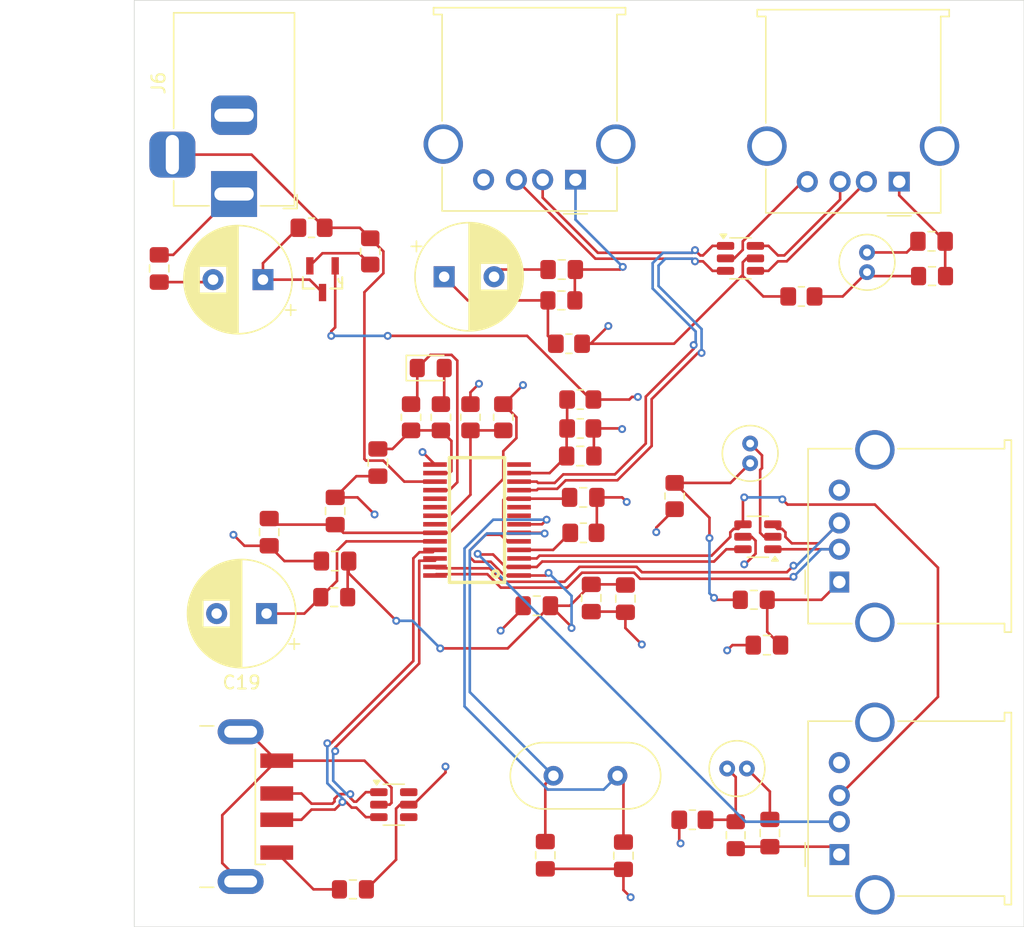
<source format=kicad_pcb>
(kicad_pcb (version 20240108) (generator "pcbnew") (generator_version "8.0")
  (title_block (title "USB_Project_") (date "2024-09-22") (company "Prince Lee Muhera"))
  (layers (0 "F.Cu" signal) (1 "In1.Cu" power "GND") (2 "In2.Cu" power "PWR") (31 "B.Cu" signal) (34 "B.Paste" user) (35 "F.Paste" user) (36 "B.SilkS" user "B.Silkscreen") (37 "F.SilkS" user "F.Silkscreen") (38 "B.Mask" user) (39 "F.Mask" user) (44 "Edge.Cuts" user))
  (net 0 "")
  (net 1 "GND")
  (net 2 "Net-(C1-Pad1)")
  (net 3 "Net-(J7-VBUS)")
  (net 4 "Net-(C3-Pad1)")
  (net 5 "Net-(C4-Pad1)")
  (net 6 "Net-(C5-Pad1)")
  (net 7 "Net-(J5-VBUS)")
  (net 8 "Net-(J4-VBUS)")
  (net 9 "Net-(J3-VBUS)")
  (net 10 "VCC")
  (net 11 "/RESET")
  (net 12 "/X1")
  (net 13 "/X2")
  (net 14 "/DVDD")
  (net 15 "Net-(IC1-3V3)")
  (net 16 "/AVDD")
  (net 17 "Net-(D1-A)")
  (net 18 "/PGANG")
  (net 19 "/PSELF")
  (net 20 "+5V")
  (net 21 "Net-(J2-GND)")
  (net 22 "Net-(Q1-G)")
  (net 23 "Net-(IC1-RREF)")
  (net 24 "/OVCURR1#")
  (net 26 "Net-(J2-VBUS)")
  (net 28 "/DP3")
  (net 29 "/DM3")
  (net 34 "/D_N0")
  (net 35 "/D_P0")
  (net 36 "/D_P4")
  (net 37 "/D_N4")
  (net 38 "/D_P3")
  (net 39 "/D_N3")
  (net 40 "/D_P2")
  (net 41 "/D_N2")
  (net 42 "/D_P1")
  (net 43 "/D_N1")
  (footprint "Inductor_SMD:L_0805_2012Metric_Pad1.15x1.40mm_HandSolder" (layer "F.Cu") (at 90.9 93.15)
    (property "Reference" "L1" (hide yes))
    (property "Value" "FB-0603-2A" (hide yes))
  )
  (footprint "Package_TO_SOT_SMD:SOT-23-6" (layer "F.Cu") (at 121.7375 66.3 180)
    (property "Reference" "U2" (hide yes))
    (property "Value" "SRV05-4" (hide yes))
  )
  (footprint "Capacitor_THT:C_Radial_D4.0mm_H7.0mm_P1.50mm" (layer "F.Cu") (at 121.15 60.7 90)
    (property "Reference" "C3" (hide yes))
    (property "Value" "100uF" (hide yes))
  )
  (footprint "Capacitor_SMD:C_0805_2012Metric_Pad1.18x1.45mm_HandSolder" (layer "F.Cu") (at 76.15 45.87 -90)
    (property "Reference" "C9" (hide yes))
    (property "Value" "0.1uF" (hide yes))
  )
  (footprint "Package_TO_SOT_SMD:SOT-23-6" (layer "F.Cu") (at 94.0125 86.7)
    (property "Reference" "U1" (hide yes))
    (property "Value" "SRV05-4" (hide yes))
  )
  (footprint "Capacitor_SMD:C_0805_2012Metric_Pad1.18x1.45mm_HandSolder" (layer "F.Cu") (at 111.5 90.5875 90)
    (property "Reference" "C13" (hide yes))
    (property "Value" "33pF" (hide yes))
  )
  (footprint "Connector_USB:USB_A_Molex_67643_Horizontal" (layer "F.Cu") (at 127.94 90.5 90)
    (property "Reference" "J7" (hide yes))
    (property "Value" "USB_A" (hide yes))
  )
  (footprint "Capacitor_SMD:C_0805_2012Metric_Pad1.18x1.45mm_HandSolder" (layer "F.Cu") (at 108.2125 60.15)
    (property "Reference" "C11" (hide yes))
    (property "Value" "0.1uF" (hide yes))
  )
  (footprint "NPN_Transitor:SOT95P240X110-3N" (layer "F.Cu") (at 88.5848 46.686 -90)
    (property "Reference" "Q1" (hide yes))
    (property "Value" "PMOS" (hide yes))
  )
  (footprint "Connector_USB:USB_A_Molex_67643_Horizontal" (layer "F.Cu") (at 132.5 39.26 180)
    (property "Reference" "J4" (hide yes))
    (property "Value" "USB_A" (hide yes))
  )
  (footprint "Inductor_SMD:L_0805_2012Metric_Pad1.15x1.40mm_HandSolder" (layer "F.Cu") (at 106.775 48.3)
    (property "Reference" "FB-0603-2A4" (hide yes))
    (property "Value" "L" (hide yes))
  )
  (footprint "Resistor_SMD:R_0805_2012Metric_Pad1.20x1.40mm_HandSolder" (layer "F.Cu") (at 115.4 63.2 90)
    (property "Reference" "R4" (hide yes))
    (property "Value" "500mA" (hide yes))
  )
  (footprint "Package_TO_SOT_SMD:SOT-23-6" (layer "F.Cu") (at 120.4125 45.1)
    (property "Reference" "U3" (hide yes))
    (property "Value" "SRV05-4" (hide yes))
  )
  (footprint "Resistor_SMD:R_0805_2012Metric_Pad1.20x1.40mm_HandSolder" (layer "F.Cu") (at 99.85 57.2 90)
    (property "Reference" "R13" (hide yes))
    (property "Value" "20k" (hide yes))
  )
  (footprint "Resistor_SMD:R_0805_2012Metric_Pad1.20x1.40mm_HandSolder" (layer "F.Cu") (at 108.2125 58.05)
    (property "Reference" "R8" (hide yes))
    (property "Value" "47k" (hide yes))
  )
  (footprint "Capacitor_THT:CP_Radial_D8.0mm_P3.80mm" (layer "F.Cu") (at 84.325 72.15 180)
    (property "Reference" "C19")
    (property "Value" "10uF" (hide yes))
  )
  (footprint "Capacitor_THT:C_Radial_D4.0mm_H7.0mm_P1.50mm" (layer "F.Cu") (at 130.05 46.15 90)
    (property "Reference" "C4" (hide yes))
    (property "Value" "100uF" (hide yes))
  )
  (footprint "Capacitor_SMD:C_0805_2012Metric_Pad1.18x1.45mm_HandSolder" (layer "F.Cu") (at 122.65 88.8625 -90)
    (property "Reference" "C2" (hide yes))
    (property "Value" "0.1uF" (hide yes))
  )
  (footprint "Resistor_SMD:R_0805_2012Metric_Pad1.20x1.40mm_HandSolder" (layer "F.Cu") (at 87.75 42.77 180)
    (property "Reference" "R6" (hide yes))
    (property "Value" "470k" (hide yes))
  )
  (footprint "Resistor_SMD:R_0805_2012Metric_Pad1.20x1.40mm_HandSolder" (layer "F.Cu") (at 107.35 51.6 180)
    (property "Reference" "R3" (hide yes))
    (property "Value" "500mA" (hide yes))
  )
  (footprint "Capacitor_SMD:C_0805_2012Metric_Pad1.18x1.45mm_HandSolder" (layer "F.Cu") (at 109.05 70.9625 90)
    (property "Reference" "C14" (hide yes))
    (property "Value" "1uF" (hide yes))
  )
  (footprint "Resistor_SMD:R_0805_2012Metric_Pad1.20x1.40mm_HandSolder" (layer "F.Cu") (at 108.45 66 180)
    (property "Reference" "R11" (hide yes))
    (property "Value" "680R" (hide yes))
  )
  (footprint "Inductor_SMD:L_0805_2012Metric_Pad1.15x1.40mm_HandSolder" (layer "F.Cu") (at 89.475 70.9)
    (property "Reference" "L6" (hide yes))
    (property "Value" "FB-0603-2A" (hide yes))
  )
  (footprint "Resistor_SMD:R_0805_2012Metric_Pad1.20x1.40mm_HandSolder" (layer "F.Cu") (at 125.05 48)
    (property "Reference" "R2" (hide yes))
    (property "Value" "500mA" (hide yes))
  )
  (footprint "Capacitor_SMD:C_0805_2012Metric_Pad1.18x1.45mm_HandSolder" (layer "F.Cu") (at 92.8 60.65 -90)
    (property "Reference" "C18" (hide yes))
    (property "Value" "0.1uF" (hide yes))
  )
  (footprint "Capacitor_SMD:C_0805_2012Metric_Pad1.18x1.45mm_HandSolder" (layer "F.Cu") (at 111.65 71.0125 90)
    (property "Reference" "C15" (hide yes))
    (property "Value" "0.1uF" (hide yes))
  )
  (footprint "Capacitor_THT:CP_Radial_D8.0mm_P3.80mm" (layer "F.Cu") (at 84.05 46.72 180)
    (property "Reference" "C10" (hide yes))
    (property "Value" "100uF" (hide yes))
  )
  (footprint "Resistor_SMD:R_0805_2012Metric_Pad1.20x1.40mm_HandSolder" (layer "F.Cu") (at 102.35 57.2 -90)
    (property "Reference" "R12" (hide yes))
    (property "Value" "10k" (hide yes))
  )
  (footprint "Resistor_SMD:R_0805_2012Metric_Pad1.20x1.40mm_HandSolder" (layer "F.Cu") (at 97.6 57.2 90)
    (property "Reference" "R10" (hide yes))
    (property "Value" "470R" (hide yes))
  )
  (footprint "Inductor_SMD:L_0805_2012Metric_Pad1.15x1.40mm_HandSolder" (layer "F.Cu") (at 120.05 89.025 -90)
    (property "Reference" "FB-0603-2A1" (hide yes))
    (property "Value" "L")
  )
  (footprint "Resistor_SMD:R_0805_2012Metric_Pad1.20x1.40mm_HandSolder" (layer "F.Cu") (at 108.2125 55.85 180)
    (property "Reference" "R7" (hide yes))
    (property "Value" "10k" (hide yes))
  )
  (footprint "Inductor_SMD:L_0805_2012Metric_Pad1.15x1.40mm_HandSolder" (layer "F.Cu") (at 121.425 71.1)
    (property "Reference" "FB-0603-2A2" (hide yes))
    (property "Value" "L" (hide yes))
  )
  (footprint "Capacitor_SMD:C_0805_2012Metric_Pad1.18x1.45mm_HandSolder" (layer "F.Cu") (at 84.525 65.95 -90)
    (property "Reference" "C20" (hide yes))
    (property "Value" "0.1uF" (hide yes))
  )
  (footprint "Capacitor_SMD:C_0805_2012Metric_Pad1.18x1.45mm_HandSolder" (layer "F.Cu") (at 89.55 64.3375 90)
    (property "Reference" "C22" (hide yes))
    (property "Value" "1uF" (hide yes))
  )
  (footprint "Capacitor_SMD:C_0805_2012Metric_Pad1.18x1.45mm_HandSolder" (layer "F.Cu") (at 122.425 74.55)
    (property "Reference" "C6" (hide yes))
    (property "Value" "0.1uF" (hide yes))
  )
  (footprint "Connector_BarrelJack:BarrelJack_Horizontal" (layer "F.Cu") (at 81.85 40.2 -90)
    (property "Reference" "J6")
    (property "Value" "Barrel_Jack_Switch" (hide yes))
  )
  (footprint "GL850G-HH:28SSOP" (layer "F.Cu") (at 100.35 65.025 90)
    (property "Reference" "IC1" (hide yes))
    (property "Value" "GL850G" (hide yes))
  )
  (footprint "Capacitor_SMD:C_0805_2012Metric_Pad1.18x1.45mm_HandSolder" (layer "F.Cu") (at 106.8 45.95)
    (property "Reference" "C8" (hide yes))
    (property "Value" "0.1uF" (hide yes))
  )
  (footprint "Capacitor_SMD:C_0805_2012Metric_Pad1.18x1.45mm_HandSolder" (layer "F.Cu") (at 89.5375 68.15)
    (property "Reference" "C21" (hide yes))
    (property "Value" "0.1uF" (hide yes))
  )
  (footprint "Crystal:Crystal_HC49-4H_Vertical" (layer "F.Cu") (at 106.17 84.5)
    (property "Reference" "Y1" (hide yes))
    (property "Value" "12MHz" (hide yes))
  )
  (footprint "Capacitor_SMD:C_0805_2012Metric_Pad1.18x1.45mm_HandSolder" (layer "F.Cu") (at 105.55 90.55 90)
    (property "Reference" "C12" (hide yes))
    (property "Value" "33pF" (hide yes))
  )
  (footprint "Capacitor_THT:C_Radial_D4.0mm_H7.0mm_P1.50mm" (layer "F.Cu") (at 119.4 83.95)
    (property "Reference" "C1" (hide yes))
    (property "Value" "100uF" (hide yes))
  )
  (footprint "Resistor_SMD:R_0805_2012Metric_Pad1.20x1.40mm_HandSolder" (layer "F.Cu") (at 116.75 87.85)
    (property "Reference" "R1" (hide yes))
    (property "Value" "500mA" (hide yes))
  )
  (footprint "Connector_USB:USB_A_Molex_67643_Horizontal" (layer "F.Cu") (at 107.85 39.11 180)
    (property "Reference" "J3" (hide yes))
    (property "Value" "USB_A" (hide yes))
  )
  (footprint "LED_SMD:LED_0805_2012Metric_Pad1.15x1.40mm_HandSolder" (layer "F.Cu") (at 96.825 53.45)
    (property "Reference" "D1" (hide yes))
    (property "Value" "RED" (hide yes))
  )
  (footprint "Inductor_SMD:L_0805_2012Metric_Pad1.15x1.40mm_HandSolder" (layer "F.Cu") (at 135 46.45)
    (property "Reference" "FB-0603-2A3" (hide yes))
    (property "Value" "L" (hide yes))
  )
  (footprint "Capacitor_SMD:C_0805_2012Metric_Pad1.18x1.45mm_HandSolder" (layer "F.Cu") (at 134.9625 43.8)
    (property "Reference" "C7" (hide yes))
    (property "Value" "0.1uF" (hide yes))
  )
  (footprint "Connector_USB:USB_A_Molex_67643_Horizontal" (layer "F.Cu") (at 127.94 69.75 90)
    (property "Reference" "J5" (hide yes))
    (property "Value" "USB_A" (hide yes))
  )
  (footprint "Connector_USB:USB_A_CNCTech_1001-011-01101_Horizontal" (layer "F.Cu") (at 75.45 86.85 180)
    (property "Reference" "J2" (hide yes))
    (property "Value" "USB_A" (hide yes))
  )
  (footprint "Resistor_SMD:R_0805_2012Metric_Pad1.20x1.40mm_HandSolder" (layer "F.Cu") (at 92.2196 44.57 90)
    (property "Reference" "R5" (hide yes))
    (property "Value" "4.7k" (hide yes))
  )
  (footprint "Resistor_SMD:R_0805_2012Metric_Pad1.20x1.40mm_HandSolder" (layer "F.Cu") (at 95.325 57.2 90)
    (property "Reference" "R9" (hide yes))
    (property "Value" "100k" (hide yes))
  )
  (footprint "Capacitor_SMD:C_0805_2012Metric_Pad1.18x1.45mm_HandSolder" (layer "F.Cu") (at 104.9 71.55)
    (property "Reference" "C16" (hide yes))
    (property "Value" "0.1uF" (hide yes))
  )
  (footprint "Capacitor_SMD:C_0805_2012Metric_Pad1.18x1.45mm_HandSolder" (layer "F.Cu") (at 108.4375 63.3 180)
    (property "Reference" "C17" (hide yes))
    (property "Value" "0.1uF" (hide yes))
  )
  (footprint "Capacitor_THT:CP_Radial_D8.0mm_P3.80mm" (layer "F.Cu") (at 97.847349 46.5)
    (property "Reference" "C5" (hide yes))
    (property "Value" "100uF" (hide yes))
  )
  (gr_rect (start 74.25 25.45) (end 142 96) (stroke (width 0.05)) (fill none) (layer "Edge.Cuts"))
  (segment (start 105.7625 45.95) (end 102.197349 45.95) (width 0.2) (layer "F.Cu") (net 1))
  (segment (start 121.9125 65.999999) (end 121.9125 61.210293) (width 0.2) (layer "F.Cu") (net 1))
  (segment (start 122.65 87.825) (end 122.65 85.7) (width 0.2) (layer "F.Cu") (net 1))
  (segment (start 109.25 58.0875) (end 109.2125 58.05) (width 0.2) (layer "F.Cu") (net 1))
  (segment (start 109.475 63.3) (end 111.4 63.3) (width 0.2) (layer "F.Cu") (net 1))
  (segment (start 91.25 63.3) (end 89.55 63.3) (width 0.2) (layer "F.Cu") (net 1))
  (segment (start 111.5 93.2) (end 112.05 93.75) (width 0.2) (layer "F.Cu") (net 1))
  (segment (start 121.9125 61.210293) (end 122.05 61.072793) (width 0.2) (layer "F.Cu") (net 1))
  (segment (start 122.05 61.072793) (end 122.05 60.1) (width 0.2) (layer "F.Cu") (net 1))
  (segment (start 111.4625 91.5875) (end 111.5 91.625) (width 0.2) (layer "F.Cu") (net 1))
  (segment (start 82.6375 66.9875) (end 81.8 66.15) (width 0.2) (layer "F.Cu") (net 1))
  (segment (start 109.2125 58.05) (end 111.35 58.05) (width 0.2) (layer "F.Cu") (net 1))
  (segment (start 102.197349 45.95) (end 101.647349 46.5) (width 0.2) (layer "F.Cu") (net 1))
  (segment (start 109.25 60.15) (end 109.25 58.0875) (width 0.2) (layer "F.Cu") (net 1))
  (segment (start 92.55 64.6) (end 91.25 63.3) (width 0.2) (layer "F.Cu") (net 1))
  (segment (start 88.5 68.15) (end 85.6875 68.15) (width 0.2) (layer "F.Cu") (net 1))
  (segment (start 92.8 61.6875) (end 91.1625 61.6875) (width 0.2) (layer "F.Cu") (net 1))
  (segment (start 121.3875 74.55) (end 119.8 74.55) (width 0.2) (layer "F.Cu") (net 1))
  (segment (start 109.475 63.3) (end 109.475 65.975) (width 0.2) (layer "F.Cu") (net 1))
  (segment (start 130.05 44.65) (end 133.075 44.65) (width 0.2) (layer "F.Cu") (net 1))
  (segment (start 99.85 55.3) (end 100.5 54.65) (width 0.2) (layer "F.Cu") (net 1))
  (segment (start 109.05 72) (end 111.6 72) (width 0.2) (layer "F.Cu") (net 1))
  (segment (start 120.5875 44.449999) (end 120.5875 43.809448) (width 0.2) (layer "F.Cu") (net 1))
  (segment (start 122.875 66.3) (end 122.212501 66.3) (width 0.2) (layer "F.Cu") (net 1))
  (segment (start 76.15 46.9075) (end 80.0625 46.9075) (width 0.2) (layer "F.Cu") (net 1))
  (segment (start 84.525 66.9875) (end 82.6375 66.9875) (width 0.2) (layer "F.Cu") (net 1))
  (segment (start 119.8 74.55) (end 119.4 74.95) (width 0.2) (layer "F.Cu") (net 1))
  (segment (start 85.6875 68.15) (end 84.525 66.9875) (width 0.2) (layer "F.Cu") (net 1))
  (segment (start 91.1625 61.6875) (end 89.55 63.3) (width 0.2) (layer "F.Cu") (net 1))
  (segment (start 125.136948 39.26) (end 125.5 39.26) (width 0.2) (layer "F.Cu") (net 1))
  (segment (start 119.937499 45.1) (end 120.5875 44.449999) (width 0.2) (layer "F.Cu") (net 1))
  (segment (start 99.85 56.2) (end 99.85 55.3) (width 0.2) (layer "F.Cu") (net 1))
  (segment (start 111.5 91.625) (end 111.5 93.2) (width 0.2) (layer "F.Cu") (net 1))
  (segment (start 111.4 63.3) (end 111.75 63.65) (width 0.2) (layer "F.Cu") (net 1))
  (segment (start 122.05 60.1) (end 121.15 59.2) (width 0.2) (layer "F.Cu") (net 1))
  (segment (start 97.15 60.8) (end 96.2 59.85) (width 0.2) (layer "F.Cu") (net 1))
  (segment (start 111.35 58.05) (end 111.4 58.1) (width 0.2) (layer "F.Cu") (net 1))
  (segment (start 103.8625 71.55) (end 103.8625 71.7375) (width 0.2) (layer "F.Cu") (net 1))
  (segment (start 133.075 44.65) (end 133.925 43.8) (width 0.2) (layer "F.Cu") (net 1))
  (segment (start 111.65 73.25) (end 112.9 74.5) (width 0.2) (layer "F.Cu") (net 1))
  (segment (start 122.212501 66.3) (end 121.9125 65.999999) (width 0.2) (layer "F.Cu") (net 1))
  (segment (start 120.5875 43.809448) (end 125.136948 39.26) (width 0.2) (layer "F.Cu") (net 1))
  (segment (start 119.275 45.1) (end 119.937499 45.1) (width 0.2) (layer "F.Cu") (net 1))
  (segment (start 111.6 72) (end 111.65 72.05) (width 0.2) (layer "F.Cu") (net 1))
  (segment (start 109.475 65.975) (end 109.45 66) (width 0.2) (layer "F.Cu") (net 1))
  (segment (start 80.0625 46.9075) (end 80.25 46.72) (width 0.2) (layer "F.Cu") (net 1))
  (segment (start 122.65 85.7) (end 120.9 83.95) (width 0.2) (layer "F.Cu") (net 1))
  (segment (start 105.55 91.5875) (end 111.4625 91.5875) (width 0.2) (layer "F.Cu") (net 1))
  (segment (start 111.65 72.05) (end 111.65 73.25) (width 0.2) (layer "F.Cu") (net 1))
  (segment (start 103.8625 71.7375) (end 102.15 73.45) (width 0.2) (layer "F.Cu") (net 1))
  (via (at 96.2 59.85) (size 0.6) (drill 0.3) (layers "F.Cu" "B.Cu") (net 1))
  (via (at 92.55 64.6) (size 0.6) (drill 0.3) (layers "F.Cu" "B.Cu") (net 1))
  (via (at 81.8 66.15) (size 0.6) (drill 0.3) (layers "F.Cu" "B.Cu") (net 1))
  (via (at 112.05 93.75) (size 0.6) (drill 0.3) (layers "F.Cu" "B.Cu") (net 1))
  (via (at 111.4 58.1) (size 0.6) (drill 0.3) (layers "F.Cu" "B.Cu") (net 1))
  (via (at 112.9 74.5) (size 0.6) (drill 0.3) (layers "F.Cu" "B.Cu") (net 1))
  (via (at 102.15 73.45) (size 0.6) (drill 0.3) (layers "F.Cu" "B.Cu") (net 1))
  (via (at 100.5 54.65) (size 0.6) (drill 0.3) (layers "F.Cu" "B.Cu") (net 1))
  (via (at 119.4 74.95) (size 0.6) (drill 0.3) (layers "F.Cu" "B.Cu") (net 1))
  (via (at 111.75 63.65) (size 0.6) (drill 0.3) (layers "F.Cu" "B.Cu") (net 1))
  (segment (start 120.05 84.6) (end 119.4 83.95) (width 0.2) (layer "F.Cu") (net 2))
  (segment (start 119.9 87.85) (end 120.05 88) (width 0.2) (layer "F.Cu") (net 2))
  (segment (start 120.05 88) (end 120.05 84.6) (width 0.2) (layer "F.Cu") (net 2))
  (segment (start 117.75 87.85) (end 119.9 87.85) (width 0.2) (layer "F.Cu") (net 2))
  (segment (start 120.2 89.9) (end 120.05 90.05) (width 0.2) (layer "F.Cu") (net 3))
  (segment (start 122.65 89.9) (end 127.34 89.9) (width 0.2) (layer "F.Cu") (net 3))
  (segment (start 127.34 89.9) (end 127.94 90.5) (width 0.2) (layer "F.Cu") (net 3))
  (segment (start 122.65 89.9) (end 120.2 89.9) (width 0.2) (layer "F.Cu") (net 3))
  (segment (start 118.4 70.95) (end 118.55 71.1) (width 0.2) (layer "F.Cu") (net 4))
  (segment (start 115.4 62.2) (end 119.65 62.2) (width 0.2) (layer "F.Cu") (net 4))
  (segment (start 115.4 62.2) (end 118.05 64.85) (width 0.2) (layer "F.Cu") (net 4))
  (segment (start 118.05 64.85) (end 118.05 66.4) (width 0.2) (layer "F.Cu") (net 4))
  (segment (start 119.65 62.2) (end 121.15 60.7) (width 0.2) (layer "F.Cu") (net 4))
  (segment (start 118.55 71.1) (end 120.4 71.1) (width 0.2) (layer "F.Cu") (net 4))
  (via (at 118.4 70.95) (size 0.6) (drill 0.3) (layers "F.Cu" "B.Cu") (net 4))
  (via (at 118.05 66.4) (size 0.6) (drill 0.3) (layers "F.Cu" "B.Cu") (net 4))
  (segment (start 118.05 70.6) (end 118.4 70.95) (width 0.2) (layer "B.Cu") (net 4))
  (segment (start 118.05 66.4) (end 118.05 70.6) (width 0.2) (layer "B.Cu") (net 4))
  (segment (start 133.975 46.45) (end 130.35 46.45) (width 0.2) (layer "F.Cu") (net 5))
  (segment (start 130.05 46.15) (end 128.2 48) (width 0.2) (layer "F.Cu") (net 5))
  (segment (start 128.2 48) (end 126.05 48) (width 0.2) (layer "F.Cu") (net 5))
  (segment (start 130.35 46.45) (end 130.05 46.15) (width 0.2) (layer "F.Cu") (net 5))
  (segment (start 105.75 48.3) (end 105.75 51) (width 0.2) (layer "F.Cu") (net 6))
  (segment (start 99.647349 48.3) (end 105.75 48.3) (width 0.2) (layer "F.Cu") (net 6))
  (segment (start 105.75 51) (end 106.35 51.6) (width 0.2) (layer "F.Cu") (net 6))
  (segment (start 97.847349 46.5) (end 99.647349 48.3) (width 0.2) (layer "F.Cu") (net 6))
  (segment (start 122.45 71.1) (end 122.45 73.5375) (width 0.2) (layer "F.Cu") (net 7))
  (segment (start 126.59 71.1) (end 127.94 69.75) (width 0.2) (layer "F.Cu") (net 7))
  (segment (start 122.45 71.1) (end 126.59 71.1) (width 0.2) (layer "F.Cu") (net 7))
  (segment (start 122.45 73.5375) (end 123.4625 74.55) (width 0.2) (layer "F.Cu") (net 7))
  (segment (start 132.5 39.26) (end 132.5 40.3) (width 0.2) (layer "F.Cu") (net 8))
  (segment (start 132.5 40.3) (end 136 43.8) (width 0.2) (layer "F.Cu") (net 8))
  (segment (start 136 46.425) (end 136.025 46.45) (width 0.2) (layer "F.Cu") (net 8))
  (segment (start 136 43.8) (end 136 46.425) (width 0.2) (layer "F.Cu") (net 8))
  (segment (start 107.8375 45.95) (end 111.25 45.95) (width 0.2) (layer "F.Cu") (net 9))
  (segment (start 107.8 45.9875) (end 107.8375 45.95) (width 0.2) (layer "F.Cu") (net 9))
  (segment (start 111.25 45.95) (end 111.45 45.75) (width 0.2) (layer "F.Cu") (net 9))
  (segment (start 107.8 48.3) (end 107.8 45.9875) (width 0.2) (layer "F.Cu") (net 9))
  (via (at 111.45 45.75) (size 0.6) (drill 0.3) (layers "F.Cu" "B.Cu") (net 9))
  (segment (start 111.45 45.75) (end 107.85 42.15) (width 0.2) (layer "B.Cu") (net 9))
  (segment (start 107.85 42.15) (end 107.85 39.11) (width 0.2) (layer "B.Cu") (net 9))
  (segment (start 115.4 64.2) (end 114 65.6) (width 0.2) (layer "F.Cu") (net 10))
  (segment (start 102.35 59.784744) (end 103.35 58.784744) (width 0.2) (layer "F.Cu") (net 10))
  (segment (start 115.75 89.55) (end 115.85 89.65) (width 0.2) (layer "F.Cu") (net 10))
  (segment (start 102.35 56.2) (end 102.4 56.2) (width 0.2) (layer "F.Cu") (net 10))
  (segment (start 84.05 45.47) (end 86.75 42.77) (width 0.2) (layer "F.Cu") (net 10))
  (segment (start 120.753052 68.4) (end 120.7 68.4) (width 0.2) (layer "F.Cu") (net 10))
  (segment (start 120.5875 46.4375) (end 122.15 48) (width 0.2) (layer "F.Cu") (net 10))
  (segment (start 120.5875 46.4375) (end 120.5125 46.4375) (width 0.2) (layer "F.Cu") (net 10))
  (segment (start 109 51.6) (end 110.35 50.25) (width 0.2) (layer "F.Cu") (net 10))
  (segment (start 98.25 66) (end 102.35 61.9) (width 0.2) (layer "F.Cu") (net 10))
  (segment (start 97.15 66) (end 98.25 66) (width 0.2) (layer "F.Cu") (net 10))
  (segment (start 121.262499 66.3) (end 121.5625 66.600001) (width 0.2) (layer "F.Cu") (net 10))
  (segment (start 77.2175 44.8325) (end 76.15 44.8325) (width 0.2) (layer "F.Cu") (net 10))
  (segment (start 120.6 66.3) (end 121.262499 66.3) (width 0.2) (layer "F.Cu") (net 10))
  (segment (start 120.5125 46.4375) (end 115.35 51.6) (width 0.2) (layer "F.Cu") (net 10))
  (segment (start 115.35 51.6) (end 108.35 51.6) (width 0.2) (layer "F.Cu") (net 10))
  (segment (start 102.4 56.2) (end 103.85 54.75) (width 0.2) (layer "F.Cu") (net 10))
  (segment (start 122.15 48) (end 124.05 48) (width 0.2) (layer "F.Cu") (net 10))
  (segment (start 120.5875 45.400001) (end 120.5875 46.4375) (width 0.2) (layer "F.Cu") (net 10))
  (segment (start 84.05 46.72) (end 84.05 45.47) (width 0.2) (layer "F.Cu") (net 10))
  (segment (start 121.55 45.1) (end 120.887501 45.1) (width 0.2) (layer "F.Cu") (net 10))
  (segment (start 121.5625 66.600001) (end 121.5625 67.590552) (width 0.2) (layer "F.Cu") (net 10))
  (segment (start 81.85 40.2) (end 77.2175 44.8325) (width 0.2) (layer "F.Cu") (net 10))
  (segment (start 84.9875 65.375) (end 84.525 64.9125) (width 0.2) (layer "F.Cu") (net 10))
  (segment (start 87.6028 46.72) (end 88.5848 47.702) (width 0.2) (layer "F.Cu") (net 10))
  (segment (start 103.35 58.784744) (end 103.35 57.2) (width 0.2) (layer "F.Cu") (net 10))
  (segment (start 89.55 65.375) (end 84.9875 65.375) (width 0.2) (layer "F.Cu") (net 10))
  (segment (start 84.05 46.72) (end 87.6028 46.72) (width 0.2) (layer "F.Cu") (net 10))
  (segment (start 108.35 51.6) (end 109 51.6) (width 0.2) (layer "F.Cu") (net 10))
  (segment (start 102.35 61.9) (end 102.35 59.784744) (width 0.2) (layer "F.Cu") (net 10))
  (segment (start 115.75 87.85) (end 115.75 89.55) (width 0.2) (layer "F.Cu") (net 10))
  (segment (start 121.5625 67.590552) (end 120.753052 68.4) (width 0.2) (layer "F.Cu") (net 10))
  (segment (start 89.55 65.375) (end 90.175 66) (width 0.2) (layer "F.Cu") (net 10))
  (segment (start 114 65.6) (end 114 65.95) (width 0.2) (layer "F.Cu") (net 10))
  (segment (start 90.175 66) (end 97.15 66) (width 0.2) (layer "F.Cu") (net 10))
  (segment (start 120.887501 45.1) (end 120.5875 45.400001) (width 0.2) (layer "F.Cu") (net 10))
  (segment (start 103.35 57.2) (end 102.35 56.2) (width 0.2) (layer "F.Cu") (net 10))
  (via (at 114 65.95) (size 0.6) (drill 0.3) (layers "F.Cu" "B.Cu") (net 10))
  (via (at 110.35 50.25) (size 0.6) (drill 0.3) (layers "F.Cu" "B.Cu") (net 10))
  (via (at 103.85 54.75) (size 0.6) (drill 0.3) (layers "F.Cu" "B.Cu") (net 10))
  (via (at 120.7 68.4) (size 0.6) (drill 0.3) (layers "F.Cu" "B.Cu") (net 10))
  (via (at 115.85 89.65) (size 0.6) (drill 0.3) (layers "F.Cu" "B.Cu") (net 10))
  (segment (start 105.875 61.45) (end 107.175 60.15) (width 0.2) (layer "F.Cu") (net 11))
  (segment (start 107.175 58.0875) (end 107.2125 58.05) (width 0.2) (layer "F.Cu") (net 11))
  (segment (start 107.175 60.15) (end 107.175 58.0875) (width 0.2) (layer "F.Cu") (net 11))
  (segment (start 103.55 61.45) (end 105.875 61.45) (width 0.2) (layer "F.Cu") (net 11))
  (segment (start 107.2125 58.05) (end 107.2125 55.85) (width 0.2) (layer "F.Cu") (net 11))
  (segment (start 105.55 85.12) (end 106.17 84.5) (width 0.2) (layer "F.Cu") (net 12))
  (segment (start 103.55 66) (end 105.45 66) (width 0.2) (layer "F.Cu") (net 12))
  (segment (start 105.45 66) (end 105.5 66.05) (width 0.2) (layer "F.Cu") (net 12))
  (segment (start 105.55 89.5125) (end 105.55 85.12) (width 0.2) (layer "F.Cu") (net 12))
  (via (at 105.5 66.05) (size 0.6) (drill 0.3) (layers "F.Cu" "B.Cu") (net 12))
  (segment (start 105.5 66.05) (end 101.101471 66.05) (width 0.2) (layer "B.Cu") (net 12))
  (segment (start 99.8 78.13) (end 106.17 84.5) (width 0.2) (layer "B.Cu") (net 12))
  (segment (start 99.8 67.351471) (end 99.8 78.13) (width 0.2) (layer "B.Cu") (net 12))
  (segment (start 101.101471 66.05) (end 99.8 67.351471) (width 0.2) (layer "B.Cu") (net 12))
  (segment (start 105.3 65.35) (end 105.65 65) (width 0.2) (layer "F.Cu") (net 13))
  (segment (start 103.55 65.35) (end 105.3 65.35) (width 0.2) (layer "F.Cu") (net 13))
  (segment (start 111.5 89.55) (end 111.5 84.95) (width 0.2) (layer "F.Cu") (net 13))
  (segment (start 111.5 84.95) (end 111.05 84.5) (width 0.2) (layer "F.Cu") (net 13))
  (via (at 105.65 65) (size 0.6) (drill 0.3) (layers "F.Cu" "B.Cu") (net 13))
  (segment (start 110 85.55) (end 111.05 84.5) (width 0.2) (layer "B.Cu") (net 13))
  (segment (start 99.4 79.214925) (end 105.735075 85.55) (width 0.2) (layer "B.Cu") (net 13))
  (segment (start 101.585785 65) (end 99.4 67.185785) (width 0.2) (layer "B.Cu") (net 13))
  (segment (start 99.4 67.185785) (end 99.4 79.214925) (width 0.2) (layer "B.Cu") (net 13))
  (segment (start 105.735075 85.55) (end 110 85.55) (width 0.2) (layer "B.Cu") (net 13))
  (segment (start 105.65 65) (end 101.585785 65) (width 0.2) (layer "B.Cu") (net 13))
  (segment (start 98.4 61.3) (end 98.4 59) (width 0.2) (layer "F.Cu") (net 14))
  (segment (start 92.8 59.6125) (end 93.9125 59.6125) (width 0.2) (layer "F.Cu") (net 14))
  (segment (start 97.6 58.2) (end 95.325 58.2) (width 0.2) (layer "F.Cu") (net 14))
  (segment (start 93.9125 59.6125) (end 95.325 58.2) (width 0.2) (layer "F.Cu") (net 14))
  (segment (start 98.25 61.45) (end 98.4 61.3) (width 0.2) (layer "F.Cu") (net 14))
  (segment (start 97.15 61.45) (end 98.25 61.45) (width 0.2) (layer "F.Cu") (net 14))
  (segment (start 98.4 59) (end 97.6 58.2) (width 0.2) (layer "F.Cu") (net 14))
  (segment (start 87.2 72.15) (end 88.45 70.9) (width 0.2) (layer "F.Cu") (net 15))
  (segment (start 89.6875 69.6625) (end 89.6875 67.3625) (width 0.2) (layer "F.Cu") (net 15))
  (segment (start 89.6875 67.3625) (end 90.4 66.65) (width 0.2) (layer "F.Cu") (net 15))
  (segment (start 88.45 70.9) (end 89.6875 69.6625) (width 0.2) (layer "F.Cu") (net 15))
  (segment (start 84.325 72.15) (end 87.2 72.15) (width 0.2) (layer "F.Cu") (net 15))
  (segment (start 90.4 66.65) (end 97.15 66.65) (width 0.2) (layer "F.Cu") (net 15))
  (segment (start 103.55 69.25) (end 102.440686 69.25) (width 0.2) (layer "F.Cu") (net 16))
  (segment (start 105.6 69.25) (end 105.8 69.05) (width 0.2) (layer "F.Cu") (net 16))
  (segment (start 97.55 74.8) (end 102.6875 74.8) (width 0.2) (layer "F.Cu") (net 16))
  (segment (start 107.425 71.55) (end 109.05 69.925) (width 0.2) (layer "F.Cu") (net 16))
  (segment (start 102.15 66.15) (end 102.65 66.65) (width 0.2) (layer "F.Cu") (net 16))
  (segment (start 105.9375 71.55) (end 107.425 71.55) (width 0.2) (layer "F.Cu") (net 16))
  (segment (start 103.55 69.25) (end 105.6 69.25) (width 0.2) (layer "F.Cu") (net 16))
  (segment (start 103.55 63.4) (end 107.3 63.4) (width 0.2) (layer "F.Cu") (net 16))
  (segment (start 102.440686 69.25) (end 101.390686 68.2) (width 0.2) (layer "F.Cu") (net 16))
  (segment (start 90.575 68.15) (end 90.575 69.075) (width 0.2) (layer "F.Cu") (net 16))
  (segment (start 102.65 66.65) (end 103.55 66.65) (width 0.2) (layer "F.Cu") (net 16))
  (segment (start 101 66.15) (end 102.15 66.15) (width 0.2) (layer "F.Cu") (net 16))
  (segment (start 102.35 63.5) (end 102.35 66.325) (width 0.2) (layer "F.Cu") (net 16))
  (segment (start 102.35 66.325) (end 102.675 66.65) (width 0.2) (layer "F.Cu") (net 16))
  (segment (start 102.675 66.65) (end 103.55 66.65) (width 0.2) (layer "F.Cu") (net 16))
  (segment (start 107.55 73.25) (end 107.55 73.1625) (width 0.2) (layer "F.Cu") (net 16))
  (segment (start 99.8 67.85) (end 99.8 67.35) (width 0.2) (layer "F.Cu") (net 16))
  (segment (start 90.5 70.9) (end 90.5 68.225) (width 0.2) (layer "F.Cu") (net 16))
  (segment (start 102.45 63.4) (end 102.35 63.5) (width 0.2) (layer "F.Cu") (net 16))
  (segment (start 99.8 67.35) (end 101 66.15) (width 0.2) (layer "F.Cu") (net 16))
  (segment (start 107.3 63.4) (end 107.4 63.3) (width 0.2) (layer "F.Cu") (net 16))
  (segment (start 102.6875 74.8) (end 105.9375 71.55) (width 0.2) (layer "F.Cu") (net 16))
  (segment (start 90.575 69.075) (end 94.2 72.7) (width 0.2) (layer "F.Cu") (net 16))
  (segment (start 100.15 68.2) (end 99.8 67.85) (width 0.2) (layer "F.Cu") (net 16))
  (segment (start 111.6 69.925) (end 111.65 69.975) (width 0.2) (layer "F.Cu") (net 16))
  (segment (start 109.05 69.925) (end 111.6 69.925) (width 0.2) (layer "F.Cu") (net 16))
  (segment (start 107.55 73.1625) (end 105.9375 71.55) (width 0.2) (layer "F.Cu") (net 16))
  (segment (start 101.390686 68.2) (end 100.15 68.2) (width 0.2) (layer "F.Cu") (net 16))
  (segment (start 103.55 63.4) (end 102.45 63.4) (width 0.2) (layer "F.Cu") (net 16))
  (segment (start 90.5 68.225) (end 90.575 68.15) (width 0.2) (layer "F.Cu") (net 16))
  (via (at 105.8 69.05) (size 0.6) (drill 0.3) (layers "F.Cu" "B.Cu") (net 16))
  (via (at 107.55 73.25) (size 0.6) (drill 0.3) (layers "F.Cu" "B.Cu") (net 16))
  (via (at 94.2 72.7) (size 0.6) (drill 0.3) (layers "F.Cu" "B.Cu") (net 16))
  (via (at 97.55 74.8) (size 0.6) (drill 0.3) (layers "F.Cu" "B.Cu") (net 16))
  (segment (start 94.2 72.7) (end 95.45 72.7) (width 0.2) (layer "B.Cu") (net 16))
  (segment (start 107.55 70.8) (end 107.55 73.25) (width 0.2) (layer "B.Cu") (net 16))
  (segment (start 105.8 69.05) (end 107.55 70.8) (width 0.2) (layer "B.Cu") (net 16))
  (segment (start 95.45 72.7) (end 97.55 74.8) (width 0.2) (layer "B.Cu") (net 16))
  (segment (start 97.85 55.95) (end 97.6 56.2) (width 0.2) (layer "F.Cu") (net 17))
  (segment (start 97.85 53.45) (end 97.85 55.95) (width 0.2) (layer "F.Cu") (net 17))
  (segment (start 95.8 55.725) (end 95.325 56.2) (width 0.2) (layer "F.Cu") (net 18))
  (segment (start 98.409744 52.45) (end 96.8 52.45) (width 0.2) (layer "F.Cu") (net 18))
  (segment (start 98.25 62.75) (end 98.85 62.15) (width 0.2) (layer "F.Cu") (net 18))
  (segment (start 95.8 53.45) (end 95.8 55.725) (width 0.2) (layer "F.Cu") (net 18))
  (segment (start 96.8 52.45) (end 95.8 53.45) (width 0.2) (layer "F.Cu") (net 18))
  (segment (start 97.15 62.75) (end 98.25 62.75) (width 0.2) (layer "F.Cu") (net 18))
  (segment (start 98.85 62.15) (end 98.85 52.890256) (width 0.2) (layer "F.Cu") (net 18))
  (segment (start 98.85 52.890256) (end 98.409744 52.45) (width 0.2) (layer "F.Cu") (net 18))
  (segment (start 97.15 62.1) (end 94.809744 62.1) (width 0.2) (layer "F.Cu") (net 19))
  (segment (start 77.15 37.2) (end 83.18 37.2) (width 0.2) (layer "F.Cu") (net 19))
  (segment (start 91.775 47.675) (end 93.2196 46.2304) (width 0.2) (layer "F.Cu") (net 19))
  (segment (start 88.75 42.77) (end 91.4196 42.77) (width 0.2) (layer "F.Cu") (net 19))
  (segment (start 93.209744 60.5) (end 91.9 60.5) (width 0.2) (layer "F.Cu") (net 19))
  (segment (start 93.2196 44.57) (end 92.2196 43.57) (width 0.2) (layer "F.Cu") (net 19))
  (segment (start 93.2196 46.2304) (end 93.2196 44.57) (width 0.2) (layer "F.Cu") (net 19))
  (segment (start 83.18 37.2) (end 88.75 42.77) (width 0.2) (layer "F.Cu") (net 19))
  (segment (start 91.4196 42.77) (end 92.2196 43.57) (width 0.2) (layer "F.Cu") (net 19))
  (segment (start 94.809744 62.1) (end 93.209744 60.5) (width 0.2) (layer "F.Cu") (net 19))
  (segment (start 91.775 60.375) (end 91.775 47.675) (width 0.2) (layer "F.Cu") (net 19))
  (segment (start 91.9 60.5) (end 91.775 60.375) (width 0.2) (layer "F.Cu") (net 19))
  (segment (start 89.25 50.65) (end 89.55 50.35) (width 0.2) (layer "F.Cu") (net 20))
  (segment (start 111.95 55.85) (end 109.2125 55.85) (width 0.2) (layer "F.Cu") (net 20))
  (segment (start 109.015256 55.85) (end 104.165256 51) (width 0.2) (layer "F.Cu") (net 20))
  (segment (start 95.15 86.7) (end 95.503052 86.7) (width 0.2) (layer "F.Cu") (net 20))
  (segment (start 97.95 84.253052) (end 97.95 83.8) (width 0.2) (layer "F.Cu") (net 20))
  (segment (start 112.6 55.65) (end 112.15 55.65) (width 0.2) (layer "F.Cu") (net 20))
  (segment (start 94.487501 86.7) (end 95.15 86.7) (width 0.2) (layer "F.Cu") (net 20))
  (segment (start 89.25 51) (end 89.25 50.65) (width 0.2) (layer "F.Cu") (net 20))
  (segment (start 109.2125 55.85) (end 109.015256 55.85) (width 0.2) (layer "F.Cu") (net 20))
  (segment (start 112.15 55.65) (end 111.95 55.85) (width 0.2) (layer "F.Cu") (net 20))
  (segment (start 94.1875 87.000001) (end 94.487501 86.7) (width 0.2) (layer "F.Cu") (net 20))
  (segment (start 91.925 93.15) (end 94.1875 90.8875) (width 0.2) (layer "F.Cu") (net 20))
  (segment (start 94.1875 90.8875) (end 94.1875 87.000001) (width 0.2) (layer "F.Cu") (net 20))
  (segment (start 104.165256 51) (end 93.55 51) (width 0.2) (layer "F.Cu") (net 20))
  (segment (start 95.503052 86.7) (end 97.95 84.253052) (width 0.2) (layer "F.Cu") (net 20))
  (segment (start 89.55 50.35) (end 89.55 45.67) (width 0.2) (layer "F.Cu") (net 20))
  (via (at 89.25 51) (size 0.6) (drill 0.3) (layers "F.Cu" "B.Cu") (net 20))
  (via (at 93.55 51) (size 0.6) (drill 0.3) (layers "F.Cu" "B.Cu") (net 20))
  (via (at 112.6 55.65) (size 0.6) (drill 0.3) (layers "F.Cu" "B.Cu") (net 20))
  (via (at 97.95 83.8) (size 0.6) (drill 0.3) (layers "F.Cu" "B.Cu") (net 20))
  (segment (start 93.55 51) (end 89.25 51) (width 0.2) (layer "B.Cu") (net 20))
  (segment (start 93.7 86.7) (end 92.875 86.7) (width 0.2) (layer "F.Cu") (net 21))
  (segment (start 80.95 91.15) (end 82.35 92.55) (width 0.2) (layer "F.Cu") (net 21))
  (segment (start 91.778052 83.35) (end 93.8375 85.409448) (width 0.2) (layer "F.Cu") (net 21))
  (segment (start 85.1 83.35) (end 91.778052 83.35) (width 0.2) (layer "F.Cu") (net 21))
  (segment (start 85.1 83.35) (end 80.95 87.5) (width 0.2) (layer "F.Cu") (net 21))
  (segment (start 93.8375 85.409448) (end 93.8375 86.5625) (width 0.2) (layer "F.Cu") (net 21))
  (segment (start 82.9 81.15) (end 82.35 81.15) (width 0.2) (layer "F.Cu") (net 21))
  (segment (start 93.8375 86.5625) (end 93.7 86.7) (width 0.2) (layer "F.Cu") (net 21))
  (segment (start 85.1 83.35) (end 82.9 81.15) (width 0.2) (layer "F.Cu") (net 21))
  (segment (start 80.95 87.5) (end 80.95 91.15) (width 0.2) (layer "F.Cu") (net 21))
  (segment (start 87.6196 45.67) (end 88.58 44.7096) (width 0.2) (layer "F.Cu") (net 22))
  (segment (start 91.3592 44.7096) (end 92.2196 45.57) (width 0.2) (layer "F.Cu") (net 22))
  (segment (start 88.58 44.7096) (end 91.3592 44.7096) (width 0.2) (layer "F.Cu") (net 22))
  (segment (start 103.55 67.3) (end 106.15 67.3) (width 0.2) (layer "F.Cu") (net 23))
  (segment (start 106.15 67.3) (end 107.45 66) (width 0.2) (layer "F.Cu") (net 23))
  (segment (start 99.85 63.1) (end 99.85 58.2) (width 0.2) (layer "F.Cu") (net 24))
  (segment (start 99.85 58.2) (end 102.35 58.2) (width 0.2) (layer "F.Cu") (net 24))
  (segment (start 97.15 64.7) (end 98.25 64.7) (width 0.2) (layer "F.Cu") (net 24))
  (segment (start 98.25 64.7) (end 99.85 63.1) (width 0.2) (layer "F.Cu") (net 24))
  (segment (start 87.9 93.15) (end 85.1 90.35) (width 0.2) (layer "F.Cu") (net 26))
  (segment (start 89.875 93.15) (end 87.9 93.15) (width 0.2) (layer "F.Cu") (net 26))
  (segment (start 90.099479 86.500521) (end 90.382322 86.500521) (width 0.2) (layer "F.Cu") (net 34))
  (segment (start 95.50002 75.756781) (end 89.232322 82.024479) (width 0.2) (layer "F.Cu") (net 34))
  (segment (start 91.881249 87.65) (end 92.875 87.65) (width 0.2) (layer "F.Cu") (net 34))
  (segment (start 89.525 87.075) (end 90.099479 86.500521) (width 0.2) (layer "F.Cu") (net 34))
  (segment (start 95.50002 67.938612) (end 95.50002 75.756781) (width 0.2) (layer "F.Cu") (net 34))
  (segment (start 91.156249 86.925) (end 91.881249 87.65) (width 0.2) (layer "F.Cu") (net 34))
  (segment (start 96.975 67.475) (end 95.963632 67.475) (width 0.2) (layer "F.Cu") (net 34))
  (segment (start 85.1 87.85) (end 86.975001 87.85) (width 0.2) (layer "F.Cu") (net 34))
  (segment (start 90.382322 86.500521) (end 90.806801 86.925) (width 0.2) (layer "F.Cu") (net 34))
  (segment (start 89.232322 82.024479) (end 88.949479 82.024479) (width 0.2) (layer "F.Cu") (net 34))
  (segment (start 87.750001 87.075) (end 89.525 87.075) (width 0.2) (layer "F.Cu") (net 34))
  (segment (start 86.975001 87.85) (end 87.750001 87.075) (width 0.2) (layer "F.Cu") (net 34))
  (segment (start 90.806801 86.925) (end 91.156249 86.925) (width 0.2) (layer "F.Cu") (net 34))
  (segment (start 97.15 67.3) (end 96.975 67.475) (width 0.2) (layer "F.Cu") (net 34))
  (segment (start 95.963632 67.475) (end 95.50002 67.938612) (width 0.2) (layer "F.Cu") (net 34))
  (via (at 88.949479 82.024479) (size 0.6) (drill 0.3) (layers "F.Cu" "B.Cu") (net 34))
  (via (at 90.099479 86.500521) (size 0.6) (drill 0.3) (layers "F.Cu" "B.Cu") (net 34))
  (segment (start 88.949479 82.024479) (end 88.949479 85.067678) (width 0.2) (layer "B.Cu") (net 34))
  (segment (start 88.949479 85.067678) (end 90.099479 86.217678) (width 0.2) (layer "B.Cu") (net 34))
  (segment (start 90.099479 86.217678) (end 90.099479 86.500521) (width 0.2) (layer "B.Cu") (net 34))
  (segment (start 95.95 75.943199) (end 89.550521 82.342678) (width 0.2) (layer "F.Cu") (net 35))
  (segment (start 90.063081 85.900521) (end 90.064123 85.899479) (width 0.2) (layer "F.Cu") (net 35))
  (segment (start 86.975001 85.85) (end 87.750001 86.625) (width 0.2) (layer "F.Cu") (net 35))
  (segment (start 90.700521 86.182322) (end 90.993199 86.475) (width 0.2) (layer "F.Cu") (net 35))
  (segment (start 89.338602 86.625) (end 89.499479 86.464123) (width 0.2) (layer "F.Cu") (net 35))
  (segment (start 87.750001 86.625) (end 89.338602 86.625) (width 0.2) (layer "F.Cu") (net 35))
  (segment (start 90.700521 85.899479) (end 90.700521 86.182322) (width 0.2) (layer "F.Cu") (net 35))
  (segment (start 90.993199 86.475) (end 91.156249 86.475) (width 0.2) (layer "F.Cu") (net 35))
  (segment (start 89.85095 85.900521) (end 90.063081 85.900521) (width 0.2) (layer "F.Cu") (net 35))
  (segment (start 91.881249 85.75) (end 92.875 85.75) (width 0.2) (layer "F.Cu") (net 35))
  (segment (start 91.156249 86.475) (end 91.881249 85.75) (width 0.2) (layer "F.Cu") (net 35))
  (segment (start 90.064123 85.899479) (end 90.700521 85.899479) (width 0.2) (layer "F.Cu") (net 35))
  (segment (start 97.15 67.95) (end 97.15 68.125) (width 0.2) (layer "F.Cu") (net 35))
  (segment (start 85.1 85.85) (end 86.975001 85.85) (width 0.2) (layer "F.Cu") (net 35))
  (segment (start 89.499479 86.251992) (end 89.85095 85.900521) (width 0.2) (layer "F.Cu") (net 35))
  (segment (start 97.15 68.125) (end 95.95 68.125) (width 0.2) (layer "F.Cu") (net 35))
  (segment (start 95.95 68.125) (end 95.95 75.943199) (width 0.2) (layer "F.Cu") (net 35))
  (segment (start 89.550521 82.342678) (end 89.550521 82.625521) (width 0.2) (layer "F.Cu") (net 35))
  (segment (start 89.499479 86.464123) (end 89.499479 86.251992) (width 0.2) (layer "F.Cu") (net 35))
  (via (at 89.550521 82.625521) (size 0.6) (drill 0.3) (layers "F.Cu" "B.Cu") (net 35))
  (via (at 90.700521 85.899479) (size 0.6) (drill 0.3) (layers "F.Cu" "B.Cu") (net 35))
  (segment (start 90.417678 85.899479) (end 90.700521 85.899479) (width 0.2) (layer "B.Cu") (net 35))
  (segment (start 89.39948 84.881281) (end 90.417678 85.899479) (width 0.2) (layer "B.Cu") (net 35))
  (segment (start 89.39948 82.776562) (end 89.39948 84.881281) (width 0.2) (layer "B.Cu") (net 35))
  (segment (start 89.550521 82.625521) (end 89.39948 82.776562) (width 0.2) (layer "B.Cu") (net 35))
  (segment (start 109.551396 44.674999) (end 116.750001 44.674999) (width 0.2) (layer "F.Cu") (net 36))
  (segment (start 105.35 39.11) (end 105.35 40.473603) (width 0.2) (layer "F.Cu") (net 36))
  (segment (start 113.2 59.198529) (end 113.2 55.631801) (width 0.2) (layer "F.Cu") (net 36))
  (segment (start 118.281249 44.15) (end 119.275 44.15) (width 0.2) (layer "F.Cu") (net 36))
  (segment (start 116.750001 44.674999) (end 116.95 44.475) (width 0.2) (layer "F.Cu") (net 36))
  (segment (start 113.2 55.631801) (end 116.849479 51.982322) (width 0.2) (layer "F.Cu") (net 36))
  (segment (start 106.266388 62.2) (end 106.916388 61.55) (width 0.2) (layer "F.Cu") (net 36))
  (segment (start 117.35 44.875) (end 117.556249 44.875) (width 0.2) (layer "F.Cu") (net 36))
  (segment (start 103.55 62.1) (end 104.900001 62.1) (width 0.2) (layer "F.Cu") (net 36))
  (segment (start 110.848529 61.55) (end 113.2 59.198529) (width 0.2) (layer "F.Cu") (net 36))
  (segment (start 116.849479 51.982322) (end 116.849479 51.699479) (width 0.2) (layer "F.Cu") (net 36))
  (segment (start 117.556249 44.875) (end 118.281249 44.15) (width 0.2) (layer "F.Cu") (net 36))
  (segment (start 116.95 44.475) (end 117.35 44.875) (width 0.2) (layer "F.Cu") (net 36))
  (segment (start 105.000001 62.2) (end 106.266388 62.2) (width 0.2) (layer "F.Cu") (net 36))
  (segment (start 106.916388 61.55) (end 110.848529 61.55) (width 0.2) (layer "F.Cu") (net 36))
  (segment (start 105.35 40.473603) (end 109.551396 44.674999) (width 0.2) (layer "F.Cu") (net 36))
  (segment (start 104.900001 62.1) (end 105.000001 62.2) (width 0.2) (layer "F.Cu") (net 36))
  (via (at 116.95 44.475) (size 0.6) (drill 0.3) (layers "F.Cu" "B.Cu") (net 36))
  (via (at 116.849479 51.699479) (size 0.6) (drill 0.3) (layers "F.Cu" "B.Cu") (net 36))
  (segment (start 116.750001 44.674999) (end 116.95 44.475) (width 0.2) (layer "B.Cu") (net 36))
  (segment (start 117.00052 50.66872) (end 113.725 47.3932) (width 0.2) (layer "B.Cu") (net 36))
  (segment (start 114.509714 44.674999) (end 116.750001 44.674999) (width 0.2) (layer "B.Cu") (net 36))
  (segment (start 116.849479 51.699479) (end 117.00052 51.548438) (width 0.2) (layer "B.Cu") (net 36))
  (segment (start 117.00052 51.548438) (end 117.00052 50.66872) (width 0.2) (layer "B.Cu") (net 36))
  (segment (start 113.725 47.3932) (end 113.725 45.459713) (width 0.2) (layer "B.Cu") (net 36))
  (segment (start 113.725 45.459713) (end 114.509714 44.674999) (width 0.2) (layer "B.Cu") (net 36))
  (segment (start 107.102776 61.99998) (end 111.034917 61.99998) (width 0.2) (layer "F.Cu") (net 37))
  (segment (start 116.95 45.325) (end 117.556249 45.325) (width 0.2) (layer "F.Cu") (net 37))
  (segment (start 103.55 62.75) (end 104.900001 62.75) (width 0.2) (layer "F.Cu") (net 37))
  (segment (start 105.000001 62.65) (end 106.452756 62.65) (width 0.2) (layer "F.Cu") (net 37))
  (segment (start 104.900001 62.75) (end 105.000001 62.65) (width 0.2) (layer "F.Cu") (net 37))
  (segment (start 103.35 39.11) (end 109.365001 45.125001) (width 0.2) (layer "F.Cu") (net 37))
  (segment (start 116.750001 45.125001) (end 116.95 45.325) (width 0.2) (layer "F.Cu") (net 37))
  (segment (start 111.034917 61.99998) (end 113.64998 59.384917) (width 0.2) (layer "F.Cu") (net 37))
  (segment (start 113.64998 59.384917) (end 113.64998 55.818219) (width 0.2) (layer "F.Cu") (net 37))
  (segment (start 117.167678 52.300521) (end 117.450521 52.300521) (width 0.2) (layer "F.Cu") (net 37))
  (segment (start 106.452756 62.65) (end 107.102776 61.99998) (width 0.2) (layer "F.Cu") (net 37))
  (segment (start 109.365001 45.125001) (end 116.750001 45.125001) (width 0.2) (layer "F.Cu") (net 37))
  (segment (start 113.64998 55.818219) (end 117.167678 52.300521) (width 0.2) (layer "F.Cu") (net 37))
  (segment (start 117.556249 45.325) (end 118.281249 46.05) (width 0.2) (layer "F.Cu") (net 37))
  (segment (start 118.281249 46.05) (end 119.275 46.05) (width 0.2) (layer "F.Cu") (net 37))
  (via (at 116.95 45.325) (size 0.6) (drill 0.3) (layers "F.Cu" "B.Cu") (net 37))
  (via (at 117.450521 52.300521) (size 0.6) (drill 0.3) (layers "F.Cu" "B.Cu") (net 37))
  (segment (start 117.450521 50.482321) (end 114.175 47.2068) (width 0.2) (layer "B.Cu") (net 37))
  (segment (start 114.175 47.2068) (end 114.175 45.646113) (width 0.2) (layer "B.Cu") (net 37))
  (segment (start 114.175 45.646113) (end 114.696112 45.125001) (width 0.2) (layer "B.Cu") (net 37))
  (segment (start 116.750001 45.125001) (end 116.95 45.325) (width 0.2) (layer "B.Cu") (net 37))
  (segment (start 114.696112 45.125001) (end 116.750001 45.125001) (width 0.2) (layer "B.Cu") (net 37))
  (segment (start 117.450521 52.300521) (end 117.450521 50.482321) (width 0.2) (layer "B.Cu") (net 37))
  (segment (start 122.543751 46.05) (end 121.55 46.05) (width 0.2) (layer "F.Cu") (net 38))
  (segment (start 130 39.26) (end 123.935 45.325) (width 0.2) (layer "F.Cu") (net 38))
  (segment (start 123.268751 45.325) (end 122.543751 46.05) (width 0.2) (layer "F.Cu") (net 38))
  (segment (start 123.935 45.325) (end 123.268751 45.325) (width 0.2) (layer "F.Cu") (net 38))
  (segment (start 123.748603 44.875) (end 123.268751 44.875) (width 0.2) (layer "F.Cu") (net 39))
  (segment (start 128 39.26) (end 128 40.623603) (width 0.2) (layer "F.Cu") (net 39))
  (segment (start 128 40.623603) (end 123.748603 44.875) (width 0.2) (layer "F.Cu") (net 39))
  (segment (start 122.543751 44.15) (end 121.55 44.15) (width 0.2) (layer "F.Cu") (net 39))
  (segment (start 123.268751 44.875) (end 122.543751 44.15) (width 0.2) (layer "F.Cu") (net 39))
  (segment (start 124.3 69.5) (end 124.45 69.35) (width 0.2) (layer "F.Cu") (net 40))
  (segment (start 112.772244 69.5) (end 124.3 69.5) (width 0.2) (layer "F.Cu") (net 40))
  (segment (start 97.15 69.25) (end 97.249999 69.150001) (width 0.2) (layer "F.Cu") (net 40))
  (segment (start 107.202776 70.17498) (end 108.340256 69.0375) (width 0.2) (layer "F.Cu") (net 40))
  (segment (start 112.309744 69.0375) (end 112.772244 69.5) (width 0.2) (layer "F.Cu") (net 40))
  (segment (start 97.249999 69.150001) (end 101.138633 69.150001) (width 0.2) (layer "F.Cu") (net 40))
  (segment (start 102.163612 70.17498) (end 107.202776 70.17498) (width 0.2) (layer "F.Cu") (net 40))
  (segment (start 122.875 67.25) (end 127.94 67.25) (width 0.2) (layer "F.Cu") (net 40))
  (segment (start 108.340256 69.0375) (end 112.309744 69.0375) (width 0.2) (layer "F.Cu") (net 40))
  (segment (start 101.138633 69.150001) (end 102.163612 70.17498) (width 0.2) (layer "F.Cu") (net 40))
  (via (at 124.45 69.35) (size 0.6) (drill 0.3) (layers "F.Cu" "B.Cu") (net 40))
  (segment (start 127.456524 66.766524) (end 127.94 67.25) (width 0.2) (layer "B.Cu") (net 40))
  (segment (start 127.94 67.25) (end 126.55 67.25) (width 0.2) (layer "B.Cu") (net 40))
  (segment (start 126.55 67.25) (end 124.45 69.35) (width 0.2) (layer "B.Cu") (net 40))
  (segment (start 108.153868 68.58752) (end 112.496132 68.58752) (width 0.2) (layer "F.Cu") (net 41))
  (segment (start 122.875 65.35) (end 123.225 65.7) (width 0.2) (layer "F.Cu") (net 41))
  (segment (start 123.225 65.7) (end 123.578052 65.7) (width 0.2) (layer "F.Cu") (net 41))
  (segment (start 123.8375 65.959448) (end 123.8375 66.3125) (width 0.2) (layer "F.Cu") (net 41))
  (segment (start 124.324999 66.799999) (end 126.390001 66.799999) (width 0.2) (layer "F.Cu") (net 41))
  (segment (start 126.390001 66.799999) (end 127.94 65.25) (width 0.2) (layer "F.Cu") (net 41))
  (segment (start 107.016388 69.725) (end 108.153868 68.58752) (width 0.2) (layer "F.Cu") (net 41))
  (segment (start 102.35 69.725) (end 107.016388 69.725) (width 0.2) (layer "F.Cu") (net 41))
  (segment (start 97.249999 68.699999) (end 101.324999 68.699999) (width 0.2) (layer "F.Cu") (net 41))
  (segment (start 123.578052 65.7) (end 123.8375 65.959448) (width 0.2) (layer "F.Cu") (net 41))
  (segment (start 112.496132 68.58752) (end 112.908612 69) (width 0.2) (layer "F.Cu") (net 41))
  (segment (start 123.8375 66.3125) (end 124.324999 66.799999) (width 0.2) (layer "F.Cu") (net 41))
  (segment (start 112.908612 69) (end 123.95 69) (width 0.2) (layer "F.Cu") (net 41))
  (segment (start 101.324999 68.699999) (end 102.35 69.725) (width 0.2) (layer "F.Cu") (net 41))
  (segment (start 123.95 69) (end 124.45 68.5) (width 0.2) (layer "F.Cu") (net 41))
  (segment (start 97.15 68.6) (end 97.249999 68.699999) (width 0.2) (layer "F.Cu") (net 41))
  (via (at 124.45 68.5) (size 0.6) (drill 0.3) (layers "F.Cu" "B.Cu") (net 41))
  (segment (start 124.69 68.5) (end 124.45 68.5) (width 0.2) (layer "B.Cu") (net 41))
  (segment (start 127.94 65.25) (end 124.69 68.5) (width 0.2) (layer "B.Cu") (net 41))
  (segment (start 104.900001 67.95) (end 105.112461 67.73754) (width 0.2) (layer "F.Cu") (net 42))
  (segment (start 119.896948 65.7) (end 120.25 65.7) (width 0.2) (layer "F.Cu") (net 42))
  (segment (start 105.112461 67.73754) (end 118.21246 67.73754) (width 0.2) (layer "F.Cu") (net 42))
  (segment (start 135.45 68.65) (end 135.45 78.49) (width 0.2) (layer "F.Cu") (net 42))
  (segment (start 119.6375 65.959448) (end 119.896948 65.7) (width 0.2) (layer "F.Cu") (net 42))
  (segment (start 123.6 63.45) (end 124 63.85) (width 0.2) (layer "F.Cu") (net 42))
  (segment (start 130.65 63.85) (end 135.45 68.65) (width 0.2) (layer "F.Cu") (net 42))
  (segment (start 120.25 65.7) (end 120.6 65.35) (width 0.2) (layer "F.Cu") (net 42))
  (segment (start 120.6 63.4) (end 120.7 63.3) (width 0.2) (layer "F.Cu") (net 42))
  (segment (start 103.55 67.95) (end 104.900001 67.95) (width 0.2) (layer "F.Cu") (net 42))
  (segment (start 124 63.85) (end 130.65 63.85) (width 0.2) (layer "F.Cu") (net 42))
  (segment (start 135.45 78.49) (end 127.94 86) (width 0.2) (layer "F.Cu") (net 42))
  (segment (start 119.6375 66.3125) (end 119.6375 65.959448) (width 0.2) (layer "F.Cu") (net 42))
  (segment (start 118.21246 67.73754) (end 119.6375 66.3125) (width 0.2) (layer "F.Cu") (net 42))
  (segment (start 120.6 65.35) (end 120.6 63.4) (width 0.2) (layer "F.Cu") (net 42))
  (via (at 120.7 63.3) (size 0.6) (drill 0.3) (layers "F.Cu" "B.Cu") (net 42))
  (via (at 123.6 63.45) (size 0.6) (drill 0.3) (layers "F.Cu" "B.Cu") (net 42))
  (segment (start 123.45 63.3) (end 123.6 63.45) (width 0.2) (layer "B.Cu") (net 42))
  (segment (start 120.7 63.3) (end 123.45 63.3) (width 0.2) (layer "B.Cu") (net 42))
  (segment (start 104.900001 68.6) (end 105.312481 68.18752) (width 0.2) (layer "F.Cu") (net 43))
  (segment (start 101.575 67.65) (end 102.525 68.6) (width 0.2) (layer "F.Cu") (net 43))
  (segment (start 102.525 68.6) (end 103.55 68.6) (width 0.2) (layer "F.Cu") (net 43))
  (segment (start 100.45 67.65) (end 101.575 67.65) (width 0.2) (layer "F.Cu") (net 43))
  (segment (start 103.55 68.6) (end 104.900001 68.6) (width 0.2) (layer "F.Cu") (net 43))
  (segment (start 118.398877 68.18752) (end 119.336397 67.25) (width 0.2) (layer "F.Cu") (net 43))
  (segment (start 119.336397 67.25) (end 120.6 67.25) (width 0.2) (layer "F.Cu") (net 43))
  (segment (start 105.312481 68.18752) (end 118.398877 68.18752) (width 0.2) (layer "F.Cu") (net 43))
  (segment (start 100.4 67.6) (end 100.45 67.65) (width 0.2) (layer "F.Cu") (net 43))
  (via (at 100.4 67.6) (size 0.6) (drill 0.3) (layers "F.Cu" "B.Cu") (net 43))
  (segment (start 120.8 88) (end 100.4 67.6) (width 0.2) (layer "B.Cu") (net 43))
  (segment (start 127.94 88) (end 120.8 88) (width 0.2) (layer "B.Cu") (net 43))
)
</source>
